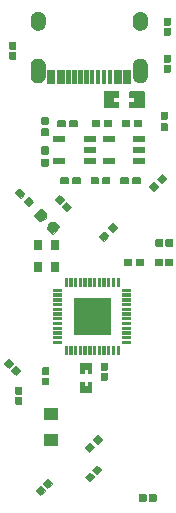
<source format=gtp>
G04 Layer: TopPasteMaskLayer*
G04 EasyEDA Pro v1.9.26, 2023-01-09 17:51:20*
G04 Gerber Generator version 0.3*
G04 Scale: 100 percent, Rotated: No, Reflected: No*
G04 Dimensions in millimeters*
G04 Leading zeros omitted, absolute positions, 3 integers and 3 decimals*
%FSLAX33Y33*%
%MOMM*%
%ADD10C,0.0254*%
%ADD11R,0.799998X0.899998*%
%ADD12R,0.799998X0.899998*%
%ADD13R,0.999998X0.599999*%
%ADD14R,0.999998X0.550012*%
%ADD15R,1.2501X0.999998*%
%ADD16R,1.25001X0.999998*%
G75*


G04 PolygonModel Start*
G36*
G01X115697Y20200D02*
G01X115697Y19100D01*
G01X115997D01*
G01Y20200D01*
G01X115697D01*
G37*
G54D10*
G01X115697Y20200D02*
G01X115697Y19100D01*
G01X115997D01*
G01Y20200D01*
G01X115697D01*
G36*
G01X115497Y19100D02*
G01X115497Y20200D01*
G01X115197D01*
G01Y19100D01*
G01X115497D01*
G37*
G01X115497Y19100D02*
G01X115497Y20200D01*
G01X115197D01*
G01Y19100D01*
G01X115497D01*
G36*
G01X120597Y19100D02*
G01X120597Y20200D01*
G01X119997D01*
G01Y19100D01*
G01X120597D01*
G37*
G01X120597Y19100D02*
G01X120597Y20200D01*
G01X119997D01*
G01Y19100D01*
G01X120597D01*
G36*
G01X116197Y20200D02*
G01X116197Y19100D01*
G01X116497D01*
G01Y20200D01*
G01X116197D01*
G37*
G01X116197Y20200D02*
G01X116197Y19100D01*
G01X116497D01*
G01Y20200D01*
G01X116197D01*
G36*
G01X114997Y19100D02*
G01X114997Y20200D01*
G01X114397D01*
G01Y19100D01*
G01X114997D01*
G37*
G01X114997Y19100D02*
G01X114997Y20200D01*
G01X114397D01*
G01Y19100D01*
G01X114997D01*
G36*
G01X113597Y20200D02*
G01X113597Y19100D01*
G01X114197D01*
G01Y20200D01*
G01X113597D01*
G37*
G01X113597Y20200D02*
G01X113597Y19100D01*
G01X114197D01*
G01Y20200D01*
G01X113597D01*
G36*
G01X116697Y20200D02*
G01X116697Y19100D01*
G01X116997D01*
G01Y20200D01*
G01X116697D01*
G37*
G01X116697Y20200D02*
G01X116697Y19100D01*
G01X116997D01*
G01Y20200D01*
G01X116697D01*
G36*
G01X117197Y20200D02*
G01X117197Y19100D01*
G01X117497D01*
G01Y20200D01*
G01X117197D01*
G37*
G01X117197Y20200D02*
G01X117197Y19100D01*
G01X117497D01*
G01Y20200D01*
G01X117197D01*
G36*
G01X119797Y19100D02*
G01X119797Y20200D01*
G01X119197D01*
G01Y19100D01*
G01X119797D01*
G37*
G01X119797Y19100D02*
G01X119797Y20200D01*
G01X119197D01*
G01Y19100D01*
G01X119797D01*
G36*
G01X117697Y20200D02*
G01X117697Y19100D01*
G01X117997D01*
G01Y20200D01*
G01X117697D01*
G37*
G01X117697Y20200D02*
G01X117697Y19100D01*
G01X117997D01*
G01Y20200D01*
G01X117697D01*
G36*
G01X118197Y20200D02*
G01X118197Y19100D01*
G01X118497D01*
G01Y20200D01*
G01X118197D01*
G37*
G01X118197Y20200D02*
G01X118197Y19100D01*
G01X118497D01*
G01Y20200D01*
G01X118197D01*
G36*
G01X118697Y20200D02*
G01X118697Y19100D01*
G01X118997D01*
G01Y20200D01*
G01X118697D01*
G37*
G01X118697Y20200D02*
G01X118697Y19100D01*
G01X118997D01*
G01Y20200D01*
G01X118697D01*
G36*
G01X112728Y19202D02*
G01X112757Y19201D01*
G01X112787D01*
G01X112817Y19202D01*
G01X112847Y19205D01*
G01X112877Y19209D01*
G01X112906Y19215D01*
G01X112935Y19223D01*
G01X112964Y19232D01*
G01X112992Y19242D01*
G01X113019Y19253D01*
G01X113046Y19266D01*
G01X113072Y19281D01*
G01X113098Y19296D01*
G01X113123Y19313D01*
G01X113147Y19331D01*
G01X113169Y19350D01*
G01X113191Y19371D01*
G01X113212Y19392D01*
G01X113232Y19415D01*
G01X113251Y19438D01*
G01X113268Y19462D01*
G01X113284Y19487D01*
G01X113299Y19513D01*
G01X113313Y19540D01*
G01X113325Y19567D01*
G01X113336Y19595D01*
G01X113346Y19623D01*
G01X113354Y19652D01*
G01X113361Y19681D01*
G01X113366Y19711D01*
G01X113369Y19741D01*
G01X113372Y19770D01*
G01Y19800D01*
G01Y20600D01*
G01Y20630D01*
G01X113369Y20660D01*
G01X113366Y20690D01*
G01X113361Y20719D01*
G01X113354Y20748D01*
G01X113346Y20777D01*
G01X113336Y20806D01*
G01X113325Y20833D01*
G01X113313Y20861D01*
G01X113299Y20887D01*
G01X113284Y20913D01*
G01X113268Y20938D01*
G01X113251Y20963D01*
G01X113232Y20986D01*
G01X113212Y21008D01*
G01X113191Y21030D01*
G01X113169Y21050D01*
G01X113147Y21069D01*
G01X113123Y21088D01*
G01X113098Y21104D01*
G01X113072Y21120D01*
G01X113046Y21134D01*
G01X113019Y21147D01*
G01X112992Y21159D01*
G01X112964Y21169D01*
G01X112935Y21178D01*
G01X112906Y21185D01*
G01X112877Y21191D01*
G01X112847Y21196D01*
G01X112817Y21199D01*
G01X112787Y21200D01*
G01X112757D01*
G01X112728Y21199D01*
G01X112698Y21196D01*
G01X112668Y21191D01*
G01X112639Y21185D01*
G01X112610Y21178D01*
G01X112581Y21169D01*
G01X112553Y21159D01*
G01X112526Y21147D01*
G01X112499Y21134D01*
G01X112472Y21120D01*
G01X112447Y21104D01*
G01X112422Y21088D01*
G01X112398Y21069D01*
G01X112375Y21050D01*
G01X112353Y21030D01*
G01X112333Y21008D01*
G01X112313Y20986D01*
G01X112294Y20963D01*
G01X112277Y20938D01*
G01X112260Y20913D01*
G01X112246Y20887D01*
G01X112232Y20861D01*
G01X112220Y20833D01*
G01X112209Y20806D01*
G01X112199Y20777D01*
G01X112191Y20748D01*
G01X112184Y20719D01*
G01X112179Y20690D01*
G01X112175Y20660D01*
G01X112173Y20630D01*
G01X112172Y20600D01*
G01Y19800D01*
G01X112173Y19770D01*
G01X112175Y19741D01*
G01X112179Y19711D01*
G01X112184Y19681D01*
G01X112191Y19652D01*
G01X112199Y19623D01*
G01X112209Y19595D01*
G01X112220Y19567D01*
G01X112232Y19540D01*
G01X112246Y19513D01*
G01X112260Y19487D01*
G01X112277Y19462D01*
G01X112294Y19438D01*
G01X112313Y19415D01*
G01X112333Y19392D01*
G01X112353Y19371D01*
G01X112375Y19350D01*
G01X112398Y19331D01*
G01X112422Y19313D01*
G01X112447Y19296D01*
G01X112472Y19281D01*
G01X112499Y19266D01*
G01X112526Y19253D01*
G01X112553Y19242D01*
G01X112581Y19232D01*
G01X112610Y19223D01*
G01X112639Y19215D01*
G01X112668Y19209D01*
G01X112698Y19205D01*
G01X112728Y19202D01*
G37*
G01X112728Y19202D02*
G01X112757Y19201D01*
G01X112787D01*
G01X112817Y19202D01*
G01X112847Y19205D01*
G01X112877Y19209D01*
G01X112906Y19215D01*
G01X112935Y19223D01*
G01X112964Y19232D01*
G01X112992Y19242D01*
G01X113019Y19253D01*
G01X113046Y19266D01*
G01X113072Y19281D01*
G01X113098Y19296D01*
G01X113123Y19313D01*
G01X113147Y19331D01*
G01X113169Y19350D01*
G01X113191Y19371D01*
G01X113212Y19392D01*
G01X113232Y19415D01*
G01X113251Y19438D01*
G01X113268Y19462D01*
G01X113284Y19487D01*
G01X113299Y19513D01*
G01X113313Y19540D01*
G01X113325Y19567D01*
G01X113336Y19595D01*
G01X113346Y19623D01*
G01X113354Y19652D01*
G01X113361Y19681D01*
G01X113366Y19711D01*
G01X113369Y19741D01*
G01X113372Y19770D01*
G01Y19800D01*
G01Y20600D01*
G01Y20630D01*
G01X113369Y20660D01*
G01X113366Y20690D01*
G01X113361Y20719D01*
G01X113354Y20748D01*
G01X113346Y20777D01*
G01X113336Y20806D01*
G01X113325Y20833D01*
G01X113313Y20861D01*
G01X113299Y20887D01*
G01X113284Y20913D01*
G01X113268Y20938D01*
G01X113251Y20963D01*
G01X113232Y20986D01*
G01X113212Y21008D01*
G01X113191Y21030D01*
G01X113169Y21050D01*
G01X113147Y21069D01*
G01X113123Y21088D01*
G01X113098Y21104D01*
G01X113072Y21120D01*
G01X113046Y21134D01*
G01X113019Y21147D01*
G01X112992Y21159D01*
G01X112964Y21169D01*
G01X112935Y21178D01*
G01X112906Y21185D01*
G01X112877Y21191D01*
G01X112847Y21196D01*
G01X112817Y21199D01*
G01X112787Y21200D01*
G01X112757D01*
G01X112728Y21199D01*
G01X112698Y21196D01*
G01X112668Y21191D01*
G01X112639Y21185D01*
G01X112610Y21178D01*
G01X112581Y21169D01*
G01X112553Y21159D01*
G01X112526Y21147D01*
G01X112499Y21134D01*
G01X112472Y21120D01*
G01X112447Y21104D01*
G01X112422Y21088D01*
G01X112398Y21069D01*
G01X112375Y21050D01*
G01X112353Y21030D01*
G01X112333Y21008D01*
G01X112313Y20986D01*
G01X112294Y20963D01*
G01X112277Y20938D01*
G01X112260Y20913D01*
G01X112246Y20887D01*
G01X112232Y20861D01*
G01X112220Y20833D01*
G01X112209Y20806D01*
G01X112199Y20777D01*
G01X112191Y20748D01*
G01X112184Y20719D01*
G01X112179Y20690D01*
G01X112175Y20660D01*
G01X112173Y20630D01*
G01X112172Y20600D01*
G01Y19800D01*
G01X112173Y19770D01*
G01X112175Y19741D01*
G01X112179Y19711D01*
G01X112184Y19681D01*
G01X112191Y19652D01*
G01X112199Y19623D01*
G01X112209Y19595D01*
G01X112220Y19567D01*
G01X112232Y19540D01*
G01X112246Y19513D01*
G01X112260Y19487D01*
G01X112277Y19462D01*
G01X112294Y19438D01*
G01X112313Y19415D01*
G01X112333Y19392D01*
G01X112353Y19371D01*
G01X112375Y19350D01*
G01X112398Y19331D01*
G01X112422Y19313D01*
G01X112447Y19296D01*
G01X112472Y19281D01*
G01X112499Y19266D01*
G01X112526Y19253D01*
G01X112553Y19242D01*
G01X112581Y19232D01*
G01X112610Y19223D01*
G01X112639Y19215D01*
G01X112668Y19209D01*
G01X112698Y19205D01*
G01X112728Y19202D01*
G36*
G01X121437Y19201D02*
G01X121467Y19202D01*
G01X121497Y19205D01*
G01X121527Y19209D01*
G01X121556Y19215D01*
G01X121585Y19223D01*
G01X121613Y19232D01*
G01X121642Y19242D01*
G01X121669Y19253D01*
G01X121696Y19266D01*
G01X121722Y19281D01*
G01X121748Y19296D01*
G01X121773Y19313D01*
G01X121796Y19331D01*
G01X121819Y19350D01*
G01X121841Y19371D01*
G01X121862Y19392D01*
G01X121882Y19415D01*
G01X121901Y19438D01*
G01X121918Y19462D01*
G01X121934Y19487D01*
G01X121949Y19513D01*
G01X121963Y19540D01*
G01X121975Y19567D01*
G01X121986Y19595D01*
G01X121996Y19623D01*
G01X122004Y19652D01*
G01X122011Y19681D01*
G01X122016Y19711D01*
G01X122019Y19741D01*
G01X122022Y19770D01*
G01Y19800D01*
G01Y20600D01*
G01Y20630D01*
G01X122019Y20660D01*
G01X122016Y20690D01*
G01X122011Y20719D01*
G01X122004Y20748D01*
G01X121996Y20777D01*
G01X121986Y20806D01*
G01X121975Y20833D01*
G01X121963Y20861D01*
G01X121949Y20887D01*
G01X121934Y20913D01*
G01X121918Y20938D01*
G01X121901Y20963D01*
G01X121882Y20986D01*
G01X121862Y21008D01*
G01X121841Y21030D01*
G01X121819Y21050D01*
G01X121796Y21069D01*
G01X121773Y21088D01*
G01X121748Y21104D01*
G01X121722Y21120D01*
G01X121696Y21134D01*
G01X121669Y21147D01*
G01X121642Y21159D01*
G01X121613Y21169D01*
G01X121585Y21178D01*
G01X121556Y21185D01*
G01X121527Y21191D01*
G01X121497Y21196D01*
G01X121467Y21199D01*
G01X121437Y21200D01*
G01X121407D01*
G01X121378Y21199D01*
G01X121348Y21196D01*
G01X121318Y21191D01*
G01X121289Y21185D01*
G01X121260Y21178D01*
G01X121231Y21169D01*
G01X121203Y21159D01*
G01X121176Y21147D01*
G01X121149Y21134D01*
G01X121122Y21120D01*
G01X121097Y21104D01*
G01X121072Y21088D01*
G01X121048Y21069D01*
G01X121025Y21050D01*
G01X121003Y21030D01*
G01X120983Y21008D01*
G01X120963Y20986D01*
G01X120944Y20963D01*
G01X120927Y20938D01*
G01X120910Y20913D01*
G01X120895Y20887D01*
G01X120882Y20861D01*
G01X120870Y20833D01*
G01X120859Y20806D01*
G01X120849Y20777D01*
G01X120841Y20748D01*
G01X120834Y20719D01*
G01X120829Y20690D01*
G01X120825Y20660D01*
G01X120823Y20630D01*
G01X120822Y20600D01*
G01Y19800D01*
G01X120823Y19770D01*
G01X120825Y19741D01*
G01X120829Y19711D01*
G01X120834Y19681D01*
G01X120841Y19652D01*
G01X120849Y19623D01*
G01X120859Y19595D01*
G01X120870Y19567D01*
G01X120882Y19540D01*
G01X120895Y19513D01*
G01X120910Y19487D01*
G01X120927Y19462D01*
G01X120944Y19438D01*
G01X120963Y19415D01*
G01X120983Y19392D01*
G01X121003Y19371D01*
G01X121025Y19350D01*
G01X121048Y19331D01*
G01X121072Y19313D01*
G01X121097Y19296D01*
G01X121122Y19281D01*
G01X121149Y19266D01*
G01X121176Y19253D01*
G01X121203Y19242D01*
G01X121231Y19232D01*
G01X121260Y19223D01*
G01X121289Y19215D01*
G01X121318Y19209D01*
G01X121348Y19205D01*
G01X121378Y19202D01*
G01X121407Y19201D01*
G01X121437D01*
G37*
G01X121437Y19201D02*
G01X121467Y19202D01*
G01X121497Y19205D01*
G01X121527Y19209D01*
G01X121556Y19215D01*
G01X121585Y19223D01*
G01X121613Y19232D01*
G01X121642Y19242D01*
G01X121669Y19253D01*
G01X121696Y19266D01*
G01X121722Y19281D01*
G01X121748Y19296D01*
G01X121773Y19313D01*
G01X121796Y19331D01*
G01X121819Y19350D01*
G01X121841Y19371D01*
G01X121862Y19392D01*
G01X121882Y19415D01*
G01X121901Y19438D01*
G01X121918Y19462D01*
G01X121934Y19487D01*
G01X121949Y19513D01*
G01X121963Y19540D01*
G01X121975Y19567D01*
G01X121986Y19595D01*
G01X121996Y19623D01*
G01X122004Y19652D01*
G01X122011Y19681D01*
G01X122016Y19711D01*
G01X122019Y19741D01*
G01X122022Y19770D01*
G01Y19800D01*
G01Y20600D01*
G01Y20630D01*
G01X122019Y20660D01*
G01X122016Y20690D01*
G01X122011Y20719D01*
G01X122004Y20748D01*
G01X121996Y20777D01*
G01X121986Y20806D01*
G01X121975Y20833D01*
G01X121963Y20861D01*
G01X121949Y20887D01*
G01X121934Y20913D01*
G01X121918Y20938D01*
G01X121901Y20963D01*
G01X121882Y20986D01*
G01X121862Y21008D01*
G01X121841Y21030D01*
G01X121819Y21050D01*
G01X121796Y21069D01*
G01X121773Y21088D01*
G01X121748Y21104D01*
G01X121722Y21120D01*
G01X121696Y21134D01*
G01X121669Y21147D01*
G01X121642Y21159D01*
G01X121613Y21169D01*
G01X121585Y21178D01*
G01X121556Y21185D01*
G01X121527Y21191D01*
G01X121497Y21196D01*
G01X121467Y21199D01*
G01X121437Y21200D01*
G01X121407D01*
G01X121378Y21199D01*
G01X121348Y21196D01*
G01X121318Y21191D01*
G01X121289Y21185D01*
G01X121260Y21178D01*
G01X121231Y21169D01*
G01X121203Y21159D01*
G01X121176Y21147D01*
G01X121149Y21134D01*
G01X121122Y21120D01*
G01X121097Y21104D01*
G01X121072Y21088D01*
G01X121048Y21069D01*
G01X121025Y21050D01*
G01X121003Y21030D01*
G01X120983Y21008D01*
G01X120963Y20986D01*
G01X120944Y20963D01*
G01X120927Y20938D01*
G01X120910Y20913D01*
G01X120895Y20887D01*
G01X120882Y20861D01*
G01X120870Y20833D01*
G01X120859Y20806D01*
G01X120849Y20777D01*
G01X120841Y20748D01*
G01X120834Y20719D01*
G01X120829Y20690D01*
G01X120825Y20660D01*
G01X120823Y20630D01*
G01X120822Y20600D01*
G01Y19800D01*
G01X120823Y19770D01*
G01X120825Y19741D01*
G01X120829Y19711D01*
G01X120834Y19681D01*
G01X120841Y19652D01*
G01X120849Y19623D01*
G01X120859Y19595D01*
G01X120870Y19567D01*
G01X120882Y19540D01*
G01X120895Y19513D01*
G01X120910Y19487D01*
G01X120927Y19462D01*
G01X120944Y19438D01*
G01X120963Y19415D01*
G01X120983Y19392D01*
G01X121003Y19371D01*
G01X121025Y19350D01*
G01X121048Y19331D01*
G01X121072Y19313D01*
G01X121097Y19296D01*
G01X121122Y19281D01*
G01X121149Y19266D01*
G01X121176Y19253D01*
G01X121203Y19242D01*
G01X121231Y19232D01*
G01X121260Y19223D01*
G01X121289Y19215D01*
G01X121318Y19209D01*
G01X121348Y19205D01*
G01X121378Y19202D01*
G01X121407Y19201D01*
G01X121437D01*
G36*
G01X121378Y23652D02*
G01X121407Y23651D01*
G01X121437D01*
G01X121467Y23652D01*
G01X121497Y23655D01*
G01X121527Y23660D01*
G01X121556Y23666D01*
G01X121585Y23673D01*
G01X121613Y23682D01*
G01X121642Y23692D01*
G01X121669Y23704D01*
G01X121696Y23717D01*
G01X121722Y23731D01*
G01X121748Y23746D01*
G01X121773Y23763D01*
G01X121796Y23781D01*
G01X121819Y23801D01*
G01X121841Y23821D01*
G01X121862Y23842D01*
G01X121882Y23865D01*
G01X121901Y23888D01*
G01X121918Y23912D01*
G01X121934Y23938D01*
G01X121949Y23964D01*
G01X121963Y23990D01*
G01X121975Y24017D01*
G01X121986Y24045D01*
G01X121996Y24074D01*
G01X122004Y24102D01*
G01X122011Y24132D01*
G01X122016Y24161D01*
G01X122019Y24191D01*
G01X122022Y24221D01*
G01Y24250D01*
G01Y24550D01*
G01Y24580D01*
G01X122019Y24610D01*
G01X122016Y24640D01*
G01X122011Y24669D01*
G01X122004Y24699D01*
G01X121996Y24727D01*
G01X121986Y24756D01*
G01X121975Y24784D01*
G01X121963Y24811D01*
G01X121949Y24837D01*
G01X121934Y24863D01*
G01X121918Y24888D01*
G01X121901Y24913D01*
G01X121882Y24936D01*
G01X121862Y24959D01*
G01X121841Y24980D01*
G01X121819Y25000D01*
G01X121796Y25020D01*
G01X121773Y25038D01*
G01X121748Y25055D01*
G01X121722Y25070D01*
G01X121696Y25084D01*
G01X121669Y25097D01*
G01X121642Y25109D01*
G01X121613Y25119D01*
G01X121585Y25128D01*
G01X121556Y25135D01*
G01X121527Y25141D01*
G01X121497Y25146D01*
G01X121467Y25149D01*
G01X121437Y25150D01*
G01X121407D01*
G01X121378Y25149D01*
G01X121348Y25146D01*
G01X121318Y25141D01*
G01X121289Y25135D01*
G01X121260Y25128D01*
G01X121231Y25119D01*
G01X121203Y25109D01*
G01X121176Y25097D01*
G01X121149Y25084D01*
G01X121122Y25070D01*
G01X121097Y25055D01*
G01X121072Y25038D01*
G01X121048Y25020D01*
G01X121025Y25000D01*
G01X121003Y24980D01*
G01X120983Y24959D01*
G01X120963Y24936D01*
G01X120944Y24913D01*
G01X120927Y24888D01*
G01X120910Y24863D01*
G01X120895Y24837D01*
G01X120882Y24811D01*
G01X120870Y24784D01*
G01X120859Y24756D01*
G01X120849Y24727D01*
G01X120841Y24699D01*
G01X120834Y24669D01*
G01X120829Y24640D01*
G01X120825Y24610D01*
G01X120823Y24580D01*
G01X120822Y24550D01*
G01Y24250D01*
G01X120823Y24221D01*
G01X120825Y24191D01*
G01X120829Y24161D01*
G01X120834Y24132D01*
G01X120841Y24102D01*
G01X120849Y24074D01*
G01X120859Y24045D01*
G01X120870Y24017D01*
G01X120882Y23990D01*
G01X120895Y23964D01*
G01X120910Y23938D01*
G01X120927Y23912D01*
G01X120944Y23888D01*
G01X120963Y23865D01*
G01X120983Y23842D01*
G01X121003Y23821D01*
G01X121025Y23801D01*
G01X121048Y23781D01*
G01X121072Y23763D01*
G01X121097Y23746D01*
G01X121122Y23731D01*
G01X121149Y23717D01*
G01X121176Y23704D01*
G01X121203Y23692D01*
G01X121231Y23682D01*
G01X121260Y23673D01*
G01X121289Y23666D01*
G01X121318Y23660D01*
G01X121348Y23655D01*
G01X121378Y23652D01*
G37*
G01X121378Y23652D02*
G01X121407Y23651D01*
G01X121437D01*
G01X121467Y23652D01*
G01X121497Y23655D01*
G01X121527Y23660D01*
G01X121556Y23666D01*
G01X121585Y23673D01*
G01X121613Y23682D01*
G01X121642Y23692D01*
G01X121669Y23704D01*
G01X121696Y23717D01*
G01X121722Y23731D01*
G01X121748Y23746D01*
G01X121773Y23763D01*
G01X121796Y23781D01*
G01X121819Y23801D01*
G01X121841Y23821D01*
G01X121862Y23842D01*
G01X121882Y23865D01*
G01X121901Y23888D01*
G01X121918Y23912D01*
G01X121934Y23938D01*
G01X121949Y23964D01*
G01X121963Y23990D01*
G01X121975Y24017D01*
G01X121986Y24045D01*
G01X121996Y24074D01*
G01X122004Y24102D01*
G01X122011Y24132D01*
G01X122016Y24161D01*
G01X122019Y24191D01*
G01X122022Y24221D01*
G01Y24250D01*
G01Y24550D01*
G01Y24580D01*
G01X122019Y24610D01*
G01X122016Y24640D01*
G01X122011Y24669D01*
G01X122004Y24699D01*
G01X121996Y24727D01*
G01X121986Y24756D01*
G01X121975Y24784D01*
G01X121963Y24811D01*
G01X121949Y24837D01*
G01X121934Y24863D01*
G01X121918Y24888D01*
G01X121901Y24913D01*
G01X121882Y24936D01*
G01X121862Y24959D01*
G01X121841Y24980D01*
G01X121819Y25000D01*
G01X121796Y25020D01*
G01X121773Y25038D01*
G01X121748Y25055D01*
G01X121722Y25070D01*
G01X121696Y25084D01*
G01X121669Y25097D01*
G01X121642Y25109D01*
G01X121613Y25119D01*
G01X121585Y25128D01*
G01X121556Y25135D01*
G01X121527Y25141D01*
G01X121497Y25146D01*
G01X121467Y25149D01*
G01X121437Y25150D01*
G01X121407D01*
G01X121378Y25149D01*
G01X121348Y25146D01*
G01X121318Y25141D01*
G01X121289Y25135D01*
G01X121260Y25128D01*
G01X121231Y25119D01*
G01X121203Y25109D01*
G01X121176Y25097D01*
G01X121149Y25084D01*
G01X121122Y25070D01*
G01X121097Y25055D01*
G01X121072Y25038D01*
G01X121048Y25020D01*
G01X121025Y25000D01*
G01X121003Y24980D01*
G01X120983Y24959D01*
G01X120963Y24936D01*
G01X120944Y24913D01*
G01X120927Y24888D01*
G01X120910Y24863D01*
G01X120895Y24837D01*
G01X120882Y24811D01*
G01X120870Y24784D01*
G01X120859Y24756D01*
G01X120849Y24727D01*
G01X120841Y24699D01*
G01X120834Y24669D01*
G01X120829Y24640D01*
G01X120825Y24610D01*
G01X120823Y24580D01*
G01X120822Y24550D01*
G01Y24250D01*
G01X120823Y24221D01*
G01X120825Y24191D01*
G01X120829Y24161D01*
G01X120834Y24132D01*
G01X120841Y24102D01*
G01X120849Y24074D01*
G01X120859Y24045D01*
G01X120870Y24017D01*
G01X120882Y23990D01*
G01X120895Y23964D01*
G01X120910Y23938D01*
G01X120927Y23912D01*
G01X120944Y23888D01*
G01X120963Y23865D01*
G01X120983Y23842D01*
G01X121003Y23821D01*
G01X121025Y23801D01*
G01X121048Y23781D01*
G01X121072Y23763D01*
G01X121097Y23746D01*
G01X121122Y23731D01*
G01X121149Y23717D01*
G01X121176Y23704D01*
G01X121203Y23692D01*
G01X121231Y23682D01*
G01X121260Y23673D01*
G01X121289Y23666D01*
G01X121318Y23660D01*
G01X121348Y23655D01*
G01X121378Y23652D01*
G36*
G01X112787Y23651D02*
G01X112817Y23652D01*
G01X112847Y23655D01*
G01X112877Y23660D01*
G01X112906Y23666D01*
G01X112935Y23673D01*
G01X112964Y23682D01*
G01X112992Y23692D01*
G01X113019Y23704D01*
G01X113046Y23717D01*
G01X113072Y23731D01*
G01X113098Y23746D01*
G01X113123Y23763D01*
G01X113147Y23781D01*
G01X113169Y23801D01*
G01X113191Y23821D01*
G01X113212Y23842D01*
G01X113232Y23865D01*
G01X113251Y23888D01*
G01X113268Y23912D01*
G01X113284Y23938D01*
G01X113299Y23964D01*
G01X113313Y23990D01*
G01X113325Y24017D01*
G01X113336Y24045D01*
G01X113346Y24074D01*
G01X113354Y24102D01*
G01X113361Y24132D01*
G01X113366Y24161D01*
G01X113369Y24191D01*
G01X113372Y24221D01*
G01Y24250D01*
G01Y24550D01*
G01Y24580D01*
G01X113369Y24610D01*
G01X113366Y24640D01*
G01X113361Y24669D01*
G01X113354Y24699D01*
G01X113346Y24727D01*
G01X113336Y24756D01*
G01X113325Y24784D01*
G01X113313Y24811D01*
G01X113299Y24837D01*
G01X113284Y24863D01*
G01X113268Y24888D01*
G01X113251Y24913D01*
G01X113232Y24936D01*
G01X113212Y24959D01*
G01X113191Y24980D01*
G01X113169Y25000D01*
G01X113147Y25020D01*
G01X113123Y25038D01*
G01X113098Y25055D01*
G01X113072Y25070D01*
G01X113046Y25084D01*
G01X113019Y25097D01*
G01X112992Y25109D01*
G01X112964Y25119D01*
G01X112935Y25128D01*
G01X112906Y25135D01*
G01X112877Y25141D01*
G01X112847Y25146D01*
G01X112817Y25149D01*
G01X112787Y25150D01*
G01X112757D01*
G01X112728Y25149D01*
G01X112698Y25146D01*
G01X112668Y25141D01*
G01X112639Y25135D01*
G01X112610Y25128D01*
G01X112581Y25119D01*
G01X112553Y25109D01*
G01X112526Y25097D01*
G01X112499Y25084D01*
G01X112472Y25070D01*
G01X112447Y25055D01*
G01X112422Y25038D01*
G01X112398Y25020D01*
G01X112375Y25000D01*
G01X112353Y24980D01*
G01X112333Y24959D01*
G01X112313Y24936D01*
G01X112294Y24913D01*
G01X112277Y24888D01*
G01X112260Y24863D01*
G01X112246Y24837D01*
G01X112232Y24811D01*
G01X112220Y24784D01*
G01X112209Y24756D01*
G01X112199Y24727D01*
G01X112191Y24699D01*
G01X112184Y24669D01*
G01X112179Y24640D01*
G01X112175Y24610D01*
G01X112173Y24580D01*
G01X112172Y24550D01*
G01Y24250D01*
G01X112173Y24221D01*
G01X112175Y24191D01*
G01X112179Y24161D01*
G01X112184Y24132D01*
G01X112191Y24102D01*
G01X112199Y24074D01*
G01X112209Y24045D01*
G01X112220Y24017D01*
G01X112232Y23990D01*
G01X112246Y23964D01*
G01X112260Y23938D01*
G01X112277Y23912D01*
G01X112294Y23888D01*
G01X112313Y23865D01*
G01X112333Y23842D01*
G01X112353Y23821D01*
G01X112375Y23801D01*
G01X112398Y23781D01*
G01X112422Y23763D01*
G01X112447Y23746D01*
G01X112472Y23731D01*
G01X112499Y23717D01*
G01X112526Y23704D01*
G01X112553Y23692D01*
G01X112581Y23682D01*
G01X112610Y23673D01*
G01X112639Y23666D01*
G01X112668Y23660D01*
G01X112698Y23655D01*
G01X112728Y23652D01*
G01X112757Y23651D01*
G01X112787D01*
G37*
G01X112787Y23651D02*
G01X112817Y23652D01*
G01X112847Y23655D01*
G01X112877Y23660D01*
G01X112906Y23666D01*
G01X112935Y23673D01*
G01X112964Y23682D01*
G01X112992Y23692D01*
G01X113019Y23704D01*
G01X113046Y23717D01*
G01X113072Y23731D01*
G01X113098Y23746D01*
G01X113123Y23763D01*
G01X113147Y23781D01*
G01X113169Y23801D01*
G01X113191Y23821D01*
G01X113212Y23842D01*
G01X113232Y23865D01*
G01X113251Y23888D01*
G01X113268Y23912D01*
G01X113284Y23938D01*
G01X113299Y23964D01*
G01X113313Y23990D01*
G01X113325Y24017D01*
G01X113336Y24045D01*
G01X113346Y24074D01*
G01X113354Y24102D01*
G01X113361Y24132D01*
G01X113366Y24161D01*
G01X113369Y24191D01*
G01X113372Y24221D01*
G01Y24250D01*
G01Y24550D01*
G01Y24580D01*
G01X113369Y24610D01*
G01X113366Y24640D01*
G01X113361Y24669D01*
G01X113354Y24699D01*
G01X113346Y24727D01*
G01X113336Y24756D01*
G01X113325Y24784D01*
G01X113313Y24811D01*
G01X113299Y24837D01*
G01X113284Y24863D01*
G01X113268Y24888D01*
G01X113251Y24913D01*
G01X113232Y24936D01*
G01X113212Y24959D01*
G01X113191Y24980D01*
G01X113169Y25000D01*
G01X113147Y25020D01*
G01X113123Y25038D01*
G01X113098Y25055D01*
G01X113072Y25070D01*
G01X113046Y25084D01*
G01X113019Y25097D01*
G01X112992Y25109D01*
G01X112964Y25119D01*
G01X112935Y25128D01*
G01X112906Y25135D01*
G01X112877Y25141D01*
G01X112847Y25146D01*
G01X112817Y25149D01*
G01X112787Y25150D01*
G01X112757D01*
G01X112728Y25149D01*
G01X112698Y25146D01*
G01X112668Y25141D01*
G01X112639Y25135D01*
G01X112610Y25128D01*
G01X112581Y25119D01*
G01X112553Y25109D01*
G01X112526Y25097D01*
G01X112499Y25084D01*
G01X112472Y25070D01*
G01X112447Y25055D01*
G01X112422Y25038D01*
G01X112398Y25020D01*
G01X112375Y25000D01*
G01X112353Y24980D01*
G01X112333Y24959D01*
G01X112313Y24936D01*
G01X112294Y24913D01*
G01X112277Y24888D01*
G01X112260Y24863D01*
G01X112246Y24837D01*
G01X112232Y24811D01*
G01X112220Y24784D01*
G01X112209Y24756D01*
G01X112199Y24727D01*
G01X112191Y24699D01*
G01X112184Y24669D01*
G01X112179Y24640D01*
G01X112175Y24610D01*
G01X112173Y24580D01*
G01X112172Y24550D01*
G01Y24250D01*
G01X112173Y24221D01*
G01X112175Y24191D01*
G01X112179Y24161D01*
G01X112184Y24132D01*
G01X112191Y24102D01*
G01X112199Y24074D01*
G01X112209Y24045D01*
G01X112220Y24017D01*
G01X112232Y23990D01*
G01X112246Y23964D01*
G01X112260Y23938D01*
G01X112277Y23912D01*
G01X112294Y23888D01*
G01X112313Y23865D01*
G01X112333Y23842D01*
G01X112353Y23821D01*
G01X112375Y23801D01*
G01X112398Y23781D01*
G01X112422Y23763D01*
G01X112447Y23746D01*
G01X112472Y23731D01*
G01X112499Y23717D01*
G01X112526Y23704D01*
G01X112553Y23692D01*
G01X112581Y23682D01*
G01X112610Y23673D01*
G01X112639Y23666D01*
G01X112668Y23660D01*
G01X112698Y23655D01*
G01X112728Y23652D01*
G01X112757Y23651D01*
G01X112787D01*
G36*
G01X110890Y9880D02*
G01X111209Y10198D01*
G01X111279D01*
G01X111654Y9824D01*
G01Y9753D01*
G01X111336Y9435D01*
G01X111265D01*
G01X110890Y9810D01*
G01Y9880D01*
G37*
G01X110890Y9880D02*
G01X111209Y10198D01*
G01X111279D01*
G01X111654Y9824D01*
G01Y9753D01*
G01X111336Y9435D01*
G01X111265D01*
G01X110890Y9810D01*
G01Y9880D01*
G36*
G01X111619Y9152D02*
G01X111937Y9470D01*
G01X112008D01*
G01X112382Y9095D01*
G01Y9025D01*
G01X112064Y8706D01*
G01X111993D01*
G01X111619Y9081D01*
G01Y9152D01*
G37*
G01X111619Y9152D02*
G01X111937Y9470D01*
G01X112008D01*
G01X112382Y9095D01*
G01Y9025D01*
G01X112064Y8706D01*
G01X111993D01*
G01X111619Y9081D01*
G01Y9152D01*
G36*
G01X116340Y11138D02*
G01X116340Y10688D01*
G01X116290Y10638D01*
G01X115760D01*
G01X115710Y10688D01*
G01Y11138D01*
G01X115760Y11188D01*
G01X116290D01*
G01X116340Y11138D01*
G37*
G01X116340Y11138D02*
G01X116340Y10688D01*
G01X116290Y10638D01*
G01X115760D01*
G01X115710Y10688D01*
G01Y11138D01*
G01X115760Y11188D01*
G01X116290D01*
G01X116340Y11138D01*
G36*
G01X115310Y11138D02*
G01X115310Y10688D01*
G01X115260Y10638D01*
G01X114730D01*
G01X114680Y10688D01*
G01Y11138D01*
G01X114730Y11188D01*
G01X115260D01*
G01X115310Y11138D01*
G37*
G01X115310Y11138D02*
G01X115310Y10688D01*
G01X115260Y10638D01*
G01X114730D01*
G01X114680Y10688D01*
G01Y11138D01*
G01X114730Y11188D01*
G01X115260D01*
G01X115310Y11138D01*
G36*
G01X118230Y10688D02*
G01X118230Y11138D01*
G01X118300Y11188D01*
G01X118780D01*
G01X118830Y11138D01*
G01Y10688D01*
G01X118780Y10638D01*
G01X118300D01*
G01X118230Y10688D01*
G37*
G01X118230Y10688D02*
G01X118230Y11138D01*
G01X118300Y11188D01*
G01X118780D01*
G01X118830Y11138D01*
G01Y10688D01*
G01X118780Y10638D01*
G01X118300D01*
G01X118230Y10688D01*
G36*
G01X117270Y10688D02*
G01X117270Y11138D01*
G01X117320Y11188D01*
G01X117800D01*
G01X117870Y11138D01*
G01Y10688D01*
G01X117800Y10638D01*
G01X117320D01*
G01X117270Y10688D01*
G37*
G01X117270Y10688D02*
G01X117270Y11138D01*
G01X117320Y11188D01*
G01X117800D01*
G01X117870Y11138D01*
G01Y10688D01*
G01X117800Y10638D01*
G01X117320D01*
G01X117270Y10688D01*
G36*
G01X113644Y-5526D02*
G01X113184Y-5526D01*
G01X113144Y-5486D01*
G01Y-4985D01*
G01X113184Y-4945D01*
G01X113644D01*
G01X113684Y-4985D01*
G01Y-5486D01*
G01X113644Y-5526D01*
G37*
G01X113644Y-5526D02*
G01X113184Y-5526D01*
G01X113144Y-5486D01*
G01Y-4985D01*
G01X113184Y-4945D01*
G01X113644D01*
G01X113684Y-4985D01*
G01Y-5486D01*
G01X113644Y-5526D01*
G36*
G01X113644Y-5796D02*
G01X113184Y-5796D01*
G01X113144Y-5836D01*
G01Y-6336D01*
G01X113184Y-6376D01*
G01X113644D01*
G01X113684Y-6336D01*
G01Y-5836D01*
G01X113644Y-5796D01*
G37*
G01X113644Y-5796D02*
G01X113184Y-5796D01*
G01X113144Y-5836D01*
G01Y-6336D01*
G01X113184Y-6376D01*
G01X113644D01*
G01X113684Y-6336D01*
G01Y-5836D01*
G01X113644Y-5796D01*
G36*
G01X117765Y-11407D02*
G01X117447Y-11089D01*
G01X117461Y-11004D01*
G01X117800Y-10665D01*
G01X117871D01*
G01X118189Y-10983D01*
G01Y-11054D01*
G01X117850Y-11393D01*
G01X117765Y-11407D01*
G37*
G01X117765Y-11407D02*
G01X117447Y-11089D01*
G01X117461Y-11004D01*
G01X117800Y-10665D01*
G01X117871D01*
G01X118189Y-10983D01*
G01Y-11054D01*
G01X117850Y-11393D01*
G01X117765Y-11407D01*
G36*
G01X117086Y-12086D02*
G01X116768Y-11768D01*
G01Y-11697D01*
G01X117107Y-11358D01*
G01X117192Y-11344D01*
G01X117510Y-11662D01*
G01X117496Y-11747D01*
G01X117157Y-12086D01*
G01X117086D01*
G37*
G01X117086Y-12086D02*
G01X116768Y-11768D01*
G01Y-11697D01*
G01X117107Y-11358D01*
G01X117192Y-11344D01*
G01X117510Y-11662D01*
G01X117496Y-11747D01*
G01X117157Y-12086D01*
G01X117086D01*
G36*
G01X113441Y7699D02*
G01X113245Y7504D01*
G01X112844Y7490D01*
G01X112488Y7846D01*
G01Y7937D01*
G01X113008Y8457D01*
G01X113099D01*
G01X113455Y8101D01*
G01X113441Y7699D01*
G37*
G01X113441Y7699D02*
G01X113245Y7504D01*
G01X112844Y7490D01*
G01X112488Y7846D01*
G01Y7937D01*
G01X113008Y8457D01*
G01X113099D01*
G01X113455Y8101D01*
G01X113441Y7699D01*
G36*
G01X113813Y7343D02*
G01X113618Y7147D01*
G01X113604Y6746D01*
G01X113960Y6390D01*
G01X114050D01*
G01X114571Y6910D01*
G01Y7001D01*
G01X114215Y7357D01*
G01X113813Y7343D01*
G37*
G01X113813Y7343D02*
G01X113618Y7147D01*
G01X113604Y6746D01*
G01X113960Y6390D01*
G01X114050D01*
G01X114571Y6910D01*
G01Y7001D01*
G01X114215Y7357D01*
G01X113813Y7343D01*
G36*
G01X119887Y15514D02*
G01X119887Y15964D01*
G01X119937Y16014D01*
G01X120467D01*
G01X120517Y15964D01*
G01Y15514D01*
G01X120467Y15464D01*
G01X119937D01*
G01X119887Y15514D01*
G37*
G01X119887Y15514D02*
G01X119887Y15964D01*
G01X119937Y16014D01*
G01X120467D01*
G01X120517Y15964D01*
G01Y15514D01*
G01X120467Y15464D01*
G01X119937D01*
G01X119887Y15514D01*
G36*
G01X120917Y15514D02*
G01X120917Y15964D01*
G01X120967Y16014D01*
G01X121497D01*
G01X121547Y15964D01*
G01Y15514D01*
G01X121497Y15464D01*
G01X120967D01*
G01X120917Y15514D01*
G37*
G01X120917Y15514D02*
G01X120917Y15964D01*
G01X120967Y16014D01*
G01X121497D01*
G01X121547Y15964D01*
G01Y15514D01*
G01X121497Y15464D01*
G01X120967D01*
G01X120917Y15514D01*
G36*
G01X119760Y10688D02*
G01X119760Y11138D01*
G01X119810Y11188D01*
G01X120340D01*
G01X120390Y11138D01*
G01Y10688D01*
G01X120340Y10638D01*
G01X119810D01*
G01X119760Y10688D01*
G37*
G01X119760Y10688D02*
G01X119760Y11138D01*
G01X119810Y11188D01*
G01X120340D01*
G01X120390Y11138D01*
G01Y10688D01*
G01X120340Y10638D01*
G01X119810D01*
G01X119760Y10688D01*
G36*
G01X120790Y10688D02*
G01X120790Y11138D01*
G01X120840Y11188D01*
G01X121370D01*
G01X121420Y11138D01*
G01Y10688D01*
G01X121370Y10638D01*
G01X120840D01*
G01X120790Y10688D01*
G37*
G01X120790Y10688D02*
G01X120790Y11138D01*
G01X120840Y11188D01*
G01X121370D01*
G01X121420Y11138D01*
G01Y10688D01*
G01X121370Y10638D01*
G01X120840D01*
G01X120790Y10688D01*
G36*
G01X117737Y-13983D02*
G01X117411Y-13657D01*
G01Y-13601D01*
G01X117765Y-13247D01*
G01X117822D01*
G01X118147Y-13572D01*
G01Y-13629D01*
G01X117793Y-13983D01*
G01X117737D01*
G37*
G01X117737Y-13983D02*
G01X117411Y-13657D01*
G01Y-13601D01*
G01X117765Y-13247D01*
G01X117822D01*
G01X118147Y-13572D01*
G01Y-13629D01*
G01X117793Y-13983D01*
G01X117737D01*
G36*
G01X117546Y-14174D02*
G01X117220Y-13848D01*
G01X117164D01*
G01X116810Y-14202D01*
G01Y-14259D01*
G01X117135Y-14584D01*
G01X117192D01*
G01X117546Y-14230D01*
G01Y-14174D01*
G37*
G01X117546Y-14174D02*
G01X117220Y-13848D01*
G01X117164D01*
G01X116810Y-14202D01*
G01Y-14259D01*
G01X117135Y-14584D01*
G01X117192D01*
G01X117546Y-14230D01*
G01Y-14174D01*
G36*
G01X113546Y-15126D02*
G01X113220Y-14800D01*
G01Y-14744D01*
G01X113574Y-14390D01*
G01X113631D01*
G01X113956Y-14715D01*
G01Y-14772D01*
G01X113602Y-15126D01*
G01X113546D01*
G37*
G01X113546Y-15126D02*
G01X113220Y-14800D01*
G01Y-14744D01*
G01X113574Y-14390D01*
G01X113631D01*
G01X113956Y-14715D01*
G01Y-14772D01*
G01X113602Y-15126D01*
G01X113546D01*
G36*
G01X113355Y-15317D02*
G01X113029Y-14991D01*
G01X112973D01*
G01X112619Y-15345D01*
G01Y-15402D01*
G01X112944Y-15727D01*
G01X113001D01*
G01X113355Y-15373D01*
G01Y-15317D01*
G37*
G01X113355Y-15317D02*
G01X113029Y-14991D01*
G01X112973D01*
G01X112619Y-15345D01*
G01Y-15402D01*
G01X112944Y-15727D01*
G01X113001D01*
G01X113355Y-15373D01*
G01Y-15317D01*
G36*
G01X123312Y5872D02*
G01X123312Y5412D01*
G01X123272Y5372D01*
G01X122772D01*
G01X122732Y5412D01*
G01Y5872D01*
G01X122772Y5912D01*
G01X123272D01*
G01X123312Y5872D01*
G37*
G01X123312Y5872D02*
G01X123312Y5412D01*
G01X123272Y5372D01*
G01X122772D01*
G01X122732Y5412D01*
G01Y5872D01*
G01X122772Y5912D01*
G01X123272D01*
G01X123312Y5872D01*
G36*
G01X123582Y5872D02*
G01X123582Y5412D01*
G01X123622Y5372D01*
G01X124123D01*
G01X124163Y5412D01*
G01Y5872D01*
G01X124123Y5912D01*
G01X123622D01*
G01X123582Y5872D01*
G37*
G01X123582Y5872D02*
G01X123582Y5412D01*
G01X123622Y5372D01*
G01X124123D01*
G01X124163Y5412D01*
G01Y5872D01*
G01X124123Y5912D01*
G01X123622D01*
G01X123582Y5872D01*
G36*
G01X110688Y-4640D02*
G01X110362Y-4966D01*
G01X110306D01*
G01X109952Y-4612D01*
G01Y-4555D01*
G01X110277Y-4230D01*
G01X110334D01*
G01X110688Y-4584D01*
G01Y-4640D01*
G37*
G01X110688Y-4640D02*
G01X110362Y-4966D01*
G01X110306D01*
G01X109952Y-4612D01*
G01Y-4555D01*
G01X110277Y-4230D01*
G01X110334D01*
G01X110688Y-4584D01*
G01Y-4640D01*
G36*
G01X110879Y-4831D02*
G01X110553Y-5157D01*
G01Y-5213D01*
G01X110907Y-5567D01*
G01X110964D01*
G01X111289Y-5242D01*
G01Y-5185D01*
G01X110935Y-4831D01*
G01X110879D01*
G37*
G01X110879Y-4831D02*
G01X110553Y-5157D01*
G01Y-5213D01*
G01X110907Y-5567D01*
G01X110964D01*
G01X111289Y-5242D01*
G01Y-5185D01*
G01X110935Y-4831D01*
G01X110879D01*
G36*
G01X121915Y-15718D02*
G01X121915Y-16178D01*
G01X121875Y-16218D01*
G01X121375D01*
G01X121335Y-16178D01*
G01Y-15718D01*
G01X121375Y-15678D01*
G01X121875D01*
G01X121915Y-15718D01*
G37*
G01X121915Y-15718D02*
G01X121915Y-16178D01*
G01X121875Y-16218D01*
G01X121375D01*
G01X121335Y-16178D01*
G01Y-15718D01*
G01X121375Y-15678D01*
G01X121875D01*
G01X121915Y-15718D01*
G36*
G01X122185Y-15718D02*
G01X122185Y-16178D01*
G01X122225Y-16218D01*
G01X122726D01*
G01X122766Y-16178D01*
G01Y-15718D01*
G01X122726Y-15678D01*
G01X122225D01*
G01X122185Y-15718D01*
G37*
G01X122185Y-15718D02*
G01X122185Y-16178D01*
G01X122225Y-16218D01*
G01X122726D01*
G01X122766Y-16178D01*
G01Y-15718D01*
G01X122726Y-15678D01*
G01X122225D01*
G01X122185Y-15718D01*
G36*
G01X118137Y-5415D02*
G01X118597Y-5415D01*
G01X118637Y-5455D01*
G01Y-5955D01*
G01X118597Y-5995D01*
G01X118137D01*
G01X118097Y-5955D01*
G01Y-5455D01*
G01X118137Y-5415D01*
G37*
G01X118137Y-5415D02*
G01X118597Y-5415D01*
G01X118637Y-5455D01*
G01Y-5955D01*
G01X118597Y-5995D01*
G01X118137D01*
G01X118097Y-5955D01*
G01Y-5455D01*
G01X118137Y-5415D01*
G36*
G01X118137Y-5145D02*
G01X118597Y-5145D01*
G01X118637Y-5105D01*
G01Y-4604D01*
G01X118597Y-4564D01*
G01X118137D01*
G01X118097Y-4604D01*
G01Y-5105D01*
G01X118137Y-5145D01*
G37*
G01X118137Y-5145D02*
G01X118597Y-5145D01*
G01X118637Y-5105D01*
G01Y-4604D01*
G01X118597Y-4564D01*
G01X118137D01*
G01X118097Y-4604D01*
G01Y-5105D01*
G01X118137Y-5145D01*
G36*
G01X114961Y9223D02*
G01X114635Y8898D01*
G01X114579D01*
G01X114225Y9252D01*
G01Y9309D01*
G01X114550Y9634D01*
G01X114607D01*
G01X114961Y9280D01*
G01Y9223D01*
G37*
G01X114961Y9223D02*
G01X114635Y8898D01*
G01X114579D01*
G01X114225Y9252D01*
G01Y9309D01*
G01X114550Y9634D01*
G01X114607D01*
G01X114961Y9280D01*
G01Y9223D01*
G36*
G01X115151Y9032D02*
G01X114826Y8707D01*
G01Y8651D01*
G01X115180Y8297D01*
G01X115237D01*
G01X115562Y8622D01*
G01Y8678D01*
G01X115208Y9032D01*
G01X115151D01*
G37*
G01X115151Y9032D02*
G01X114826Y8707D01*
G01Y8651D01*
G01X115180Y8297D01*
G01X115237D01*
G01X115562Y8622D01*
G01Y8678D01*
G01X115208Y9032D01*
G01X115151D01*
G36*
G01X123931Y20942D02*
G01X123471Y20942D01*
G01X123431Y20982D01*
G01Y21483D01*
G01X123471Y21523D01*
G01X123931D01*
G01X123971Y21483D01*
G01Y20982D01*
G01X123931Y20942D01*
G37*
G01X123931Y20942D02*
G01X123471Y20942D01*
G01X123431Y20982D01*
G01Y21483D01*
G01X123471Y21523D01*
G01X123931D01*
G01X123971Y21483D01*
G01Y20982D01*
G01X123931Y20942D01*
G36*
G01X123931Y20672D02*
G01X123471Y20672D01*
G01X123431Y20632D01*
G01Y20132D01*
G01X123471Y20092D01*
G01X123931D01*
G01X123971Y20132D01*
G01Y20632D01*
G01X123931Y20672D01*
G37*
G01X123931Y20672D02*
G01X123471Y20672D01*
G01X123431Y20632D01*
G01Y20132D01*
G01X123471Y20092D01*
G01X123931D01*
G01X123971Y20132D01*
G01Y20632D01*
G01X123931Y20672D01*
G36*
G01X119007Y15964D02*
G01X119007Y15514D01*
G01X118957Y15464D01*
G01X118427D01*
G01X118377Y15514D01*
G01Y15964D01*
G01X118427Y16014D01*
G01X118957D01*
G01X119007Y15964D01*
G37*
G01X119007Y15964D02*
G01X119007Y15514D01*
G01X118957Y15464D01*
G01X118427D01*
G01X118377Y15514D01*
G01Y15964D01*
G01X118427Y16014D01*
G01X118957D01*
G01X119007Y15964D01*
G36*
G01X117977Y15964D02*
G01X117977Y15514D01*
G01X117927Y15464D01*
G01X117397D01*
G01X117347Y15514D01*
G01Y15964D01*
G01X117397Y16014D01*
G01X117927D01*
G01X117977Y15964D01*
G37*
G01X117977Y15964D02*
G01X117977Y15514D01*
G01X117927Y15464D01*
G01X117397D01*
G01X117347Y15514D01*
G01Y15964D01*
G01X117397Y16014D01*
G01X117927D01*
G01X117977Y15964D01*
G36*
G01X116086Y15964D02*
G01X116086Y15514D01*
G01X116036Y15464D01*
G01X115506D01*
G01X115456Y15514D01*
G01Y15964D01*
G01X115506Y16014D01*
G01X116036D01*
G01X116086Y15964D01*
G37*
G01X116086Y15964D02*
G01X116086Y15514D01*
G01X116036Y15464D01*
G01X115506D01*
G01X115456Y15514D01*
G01Y15964D01*
G01X115506Y16014D01*
G01X116036D01*
G01X116086Y15964D01*
G36*
G01X115056Y15964D02*
G01X115056Y15514D01*
G01X115006Y15464D01*
G01X114476D01*
G01X114426Y15514D01*
G01Y15964D01*
G01X114476Y16014D01*
G01X115006D01*
G01X115056Y15964D01*
G37*
G01X115056Y15964D02*
G01X115056Y15514D01*
G01X115006Y15464D01*
G01X114476D01*
G01X114426Y15514D01*
G01Y15964D01*
G01X114476Y16014D01*
G01X115006D01*
G01X115056Y15964D01*
G36*
G01X113126Y13775D02*
G01X113576Y13775D01*
G01X113626Y13725D01*
G01Y13195D01*
G01X113576Y13145D01*
G01X113126D01*
G01X113076Y13195D01*
G01Y13725D01*
G01X113126Y13775D01*
G37*
G01X113126Y13775D02*
G01X113576Y13775D01*
G01X113626Y13725D01*
G01Y13195D01*
G01X113576Y13145D01*
G01X113126D01*
G01X113076Y13195D01*
G01Y13725D01*
G01X113126Y13775D01*
G36*
G01X113126Y12745D02*
G01X113576Y12745D01*
G01X113626Y12695D01*
G01Y12165D01*
G01X113576Y12115D01*
G01X113126D01*
G01X113076Y12165D01*
G01Y12695D01*
G01X113126Y12745D01*
G37*
G01X113126Y12745D02*
G01X113576Y12745D01*
G01X113626Y12695D01*
G01Y12165D01*
G01X113576Y12115D01*
G01X113126D01*
G01X113076Y12165D01*
G01Y12695D01*
G01X113126Y12745D01*
G36*
G01X113576Y15665D02*
G01X113126Y15665D01*
G01X113076Y15735D01*
G01Y16215D01*
G01X113126Y16265D01*
G01X113576D01*
G01X113626Y16215D01*
G01Y15735D01*
G01X113576Y15665D01*
G37*
G01X113576Y15665D02*
G01X113126Y15665D01*
G01X113076Y15735D01*
G01Y16215D01*
G01X113126Y16265D01*
G01X113576D01*
G01X113626Y16215D01*
G01Y15735D01*
G01X113576Y15665D01*
G36*
G01X113576Y14705D02*
G01X113126Y14705D01*
G01X113076Y14755D01*
G01Y15235D01*
G01X113126Y15305D01*
G01X113576D01*
G01X113626Y15235D01*
G01Y14755D01*
G01X113576Y14705D01*
G37*
G01X113576Y14705D02*
G01X113126Y14705D01*
G01X113076Y14755D01*
G01Y15235D01*
G01X113126Y15305D01*
G01X113576D01*
G01X113626Y15235D01*
G01Y14755D01*
G01X113576Y14705D01*
G36*
G01X117293Y-6983D02*
G01X117293Y-6183D01*
G01X117243Y-6133D01*
G01X117015D01*
G01Y-6503D01*
G01X116685D01*
G01Y-6133D01*
G01X116443D01*
G01X116393Y-6183D01*
G01Y-6983D01*
G01X116443Y-7033D01*
G01X117243D01*
G01X117293Y-6983D01*
G37*
G01X117293Y-6983D02*
G01X117293Y-6183D01*
G01X117243Y-6133D01*
G01X117015D01*
G01Y-6503D01*
G01X116685D01*
G01Y-6133D01*
G01X116443D01*
G01X116393Y-6183D01*
G01Y-6983D01*
G01X116443Y-7033D01*
G01X117243D01*
G01X117293Y-6983D01*
G36*
G01X117243Y-5433D02*
G01X117015Y-5433D01*
G01Y-5053D01*
G01X116685D01*
G01Y-5433D01*
G01X116443D01*
G01X116393Y-5383D01*
G01Y-4593D01*
G01X116443Y-4543D01*
G01X117243D01*
G01X117293Y-4593D01*
G01Y-5383D01*
G01X117243Y-5433D01*
G37*
G01X117243Y-5433D02*
G01X117015Y-5433D01*
G01Y-5053D01*
G01X116685D01*
G01Y-5433D01*
G01X116443D01*
G01X116393Y-5383D01*
G01Y-4593D01*
G01X116443Y-4543D01*
G01X117243D01*
G01X117293Y-4593D01*
G01Y-5383D01*
G01X117243Y-5433D01*
G36*
G01X120591Y1519D02*
G01X119926Y1519D01*
G01Y1719D01*
G01X120591D01*
G01Y1519D01*
G37*
G01X120591Y1519D02*
G01X119926Y1519D01*
G01Y1719D01*
G01X120591D01*
G01Y1519D01*
G36*
G01X120591Y1120D02*
G01X119926Y1120D01*
G01Y1320D01*
G01X120591D01*
G01Y1120D01*
G37*
G01X120591Y1120D02*
G01X119926Y1120D01*
G01Y1320D01*
G01X120591D01*
G01Y1120D01*
G36*
G01X120591Y719D02*
G01X119926Y719D01*
G01Y919D01*
G01X120591D01*
G01Y719D01*
G37*
G01X120591Y719D02*
G01X119926Y719D01*
G01Y919D01*
G01X120591D01*
G01Y719D01*
G36*
G01X120591Y319D02*
G01X119926Y319D01*
G01Y519D01*
G01X120591D01*
G01Y319D01*
G37*
G01X120591Y319D02*
G01X119926Y319D01*
G01Y519D01*
G01X120591D01*
G01Y319D01*
G36*
G01X120591Y-81D02*
G01X119926Y-81D01*
G01Y119D01*
G01X120591D01*
G01Y-81D01*
G37*
G01X120591Y-81D02*
G01X119926Y-81D01*
G01Y119D01*
G01X120591D01*
G01Y-81D01*
G36*
G01X120591Y-481D02*
G01X119926Y-481D01*
G01Y-281D01*
G01X120591D01*
G01Y-481D01*
G37*
G01X120591Y-481D02*
G01X119926Y-481D01*
G01Y-281D01*
G01X120591D01*
G01Y-481D01*
G36*
G01X120591Y-880D02*
G01X119926Y-880D01*
G01Y-680D01*
G01X120591D01*
G01Y-880D01*
G37*
G01X120591Y-880D02*
G01X119926Y-880D01*
G01Y-680D01*
G01X120591D01*
G01Y-880D01*
G36*
G01X120591Y-1280D02*
G01X119926Y-1280D01*
G01Y-1080D01*
G01X120591D01*
G01Y-1280D01*
G37*
G01X120591Y-1280D02*
G01X119926Y-1280D01*
G01Y-1080D01*
G01X120591D01*
G01Y-1280D01*
G36*
G01X120591Y-1681D02*
G01X119926Y-1681D01*
G01Y-1481D01*
G01X120591D01*
G01Y-1681D01*
G37*
G01X120591Y-1681D02*
G01X119926Y-1681D01*
G01Y-1481D01*
G01X120591D01*
G01Y-1681D01*
G36*
G01X120591Y-2081D02*
G01X119926Y-2081D01*
G01Y-1881D01*
G01X120591D01*
G01Y-2081D01*
G37*
G01X120591Y-2081D02*
G01X119926Y-2081D01*
G01Y-1881D01*
G01X120591D01*
G01Y-2081D01*
G36*
G01X120591Y-2481D02*
G01X119926Y-2481D01*
G01Y-2281D01*
G01X120591D01*
G01Y-2481D01*
G37*
G01X120591Y-2481D02*
G01X119926Y-2481D01*
G01Y-2281D01*
G01X120591D01*
G01Y-2481D01*
G36*
G01X120591Y-2880D02*
G01X119926Y-2880D01*
G01Y-2680D01*
G01X120591D01*
G01Y-2880D01*
G37*
G01X120591Y-2880D02*
G01X119926Y-2880D01*
G01Y-2680D01*
G01X120591D01*
G01Y-2880D01*
G36*
G01X119651Y-3821D02*
G01X119451Y-3821D01*
G01Y-3156D01*
G01X119651D01*
G01Y-3821D01*
G37*
G01X119651Y-3821D02*
G01X119451Y-3821D01*
G01Y-3156D01*
G01X119651D01*
G01Y-3821D01*
G36*
G01X119252Y-3821D02*
G01X119052Y-3821D01*
G01Y-3156D01*
G01X119252D01*
G01Y-3821D01*
G37*
G01X119252Y-3821D02*
G01X119052Y-3821D01*
G01Y-3156D01*
G01X119252D01*
G01Y-3821D01*
G36*
G01X118851Y-3821D02*
G01X118651Y-3821D01*
G01Y-3156D01*
G01X118851D01*
G01Y-3821D01*
G37*
G01X118851Y-3821D02*
G01X118651Y-3821D01*
G01Y-3156D01*
G01X118851D01*
G01Y-3821D01*
G36*
G01X118451Y-3821D02*
G01X118251Y-3821D01*
G01Y-3156D01*
G01X118451D01*
G01Y-3821D01*
G37*
G01X118451Y-3821D02*
G01X118251Y-3821D01*
G01Y-3156D01*
G01X118451D01*
G01Y-3821D01*
G36*
G01X118051Y-3821D02*
G01X117851Y-3821D01*
G01Y-3156D01*
G01X118051D01*
G01Y-3821D01*
G37*
G01X118051Y-3821D02*
G01X117851Y-3821D01*
G01Y-3156D01*
G01X118051D01*
G01Y-3821D01*
G36*
G01X117651Y-3821D02*
G01X117451Y-3821D01*
G01Y-3156D01*
G01X117651D01*
G01Y-3821D01*
G37*
G01X117651Y-3821D02*
G01X117451Y-3821D01*
G01Y-3156D01*
G01X117651D01*
G01Y-3821D01*
G36*
G01X117252Y-3821D02*
G01X117052Y-3821D01*
G01Y-3156D01*
G01X117252D01*
G01Y-3821D01*
G37*
G01X117252Y-3821D02*
G01X117052Y-3821D01*
G01Y-3156D01*
G01X117252D01*
G01Y-3821D01*
G36*
G01X116851Y-3821D02*
G01X116651Y-3821D01*
G01Y-3156D01*
G01X116851D01*
G01Y-3821D01*
G37*
G01X116851Y-3821D02*
G01X116651Y-3821D01*
G01Y-3156D01*
G01X116851D01*
G01Y-3821D01*
G36*
G01X116451Y-3821D02*
G01X116251Y-3821D01*
G01Y-3156D01*
G01X116451D01*
G01Y-3821D01*
G37*
G01X116451Y-3821D02*
G01X116251Y-3821D01*
G01Y-3156D01*
G01X116451D01*
G01Y-3821D01*
G36*
G01X116051Y-3821D02*
G01X115851Y-3821D01*
G01Y-3156D01*
G01X116051D01*
G01Y-3821D01*
G37*
G01X116051Y-3821D02*
G01X115851Y-3821D01*
G01Y-3156D01*
G01X116051D01*
G01Y-3821D01*
G36*
G01X115651Y-3821D02*
G01X115451Y-3821D01*
G01Y-3156D01*
G01X115651D01*
G01Y-3821D01*
G37*
G01X115651Y-3821D02*
G01X115451Y-3821D01*
G01Y-3156D01*
G01X115651D01*
G01Y-3821D01*
G36*
G01X115252Y-3821D02*
G01X115052Y-3821D01*
G01Y-3156D01*
G01X115252D01*
G01Y-3821D01*
G37*
G01X115252Y-3821D02*
G01X115052Y-3821D01*
G01Y-3156D01*
G01X115252D01*
G01Y-3821D01*
G36*
G01X114776Y-2880D02*
G01X114111Y-2880D01*
G01Y-2680D01*
G01X114776D01*
G01Y-2880D01*
G37*
G01X114776Y-2880D02*
G01X114111Y-2880D01*
G01Y-2680D01*
G01X114776D01*
G01Y-2880D01*
G36*
G01X114776Y-2481D02*
G01X114111Y-2481D01*
G01Y-2281D01*
G01X114776D01*
G01Y-2481D01*
G37*
G01X114776Y-2481D02*
G01X114111Y-2481D01*
G01Y-2281D01*
G01X114776D01*
G01Y-2481D01*
G36*
G01X114776Y-2081D02*
G01X114111Y-2081D01*
G01Y-1881D01*
G01X114776D01*
G01Y-2081D01*
G37*
G01X114776Y-2081D02*
G01X114111Y-2081D01*
G01Y-1881D01*
G01X114776D01*
G01Y-2081D01*
G36*
G01X114776Y-1681D02*
G01X114111Y-1681D01*
G01Y-1481D01*
G01X114776D01*
G01Y-1681D01*
G37*
G01X114776Y-1681D02*
G01X114111Y-1681D01*
G01Y-1481D01*
G01X114776D01*
G01Y-1681D01*
G36*
G01X114776Y-1280D02*
G01X114111Y-1280D01*
G01Y-1080D01*
G01X114776D01*
G01Y-1280D01*
G37*
G01X114776Y-1280D02*
G01X114111Y-1280D01*
G01Y-1080D01*
G01X114776D01*
G01Y-1280D01*
G36*
G01X114776Y-880D02*
G01X114111Y-880D01*
G01Y-680D01*
G01X114776D01*
G01Y-880D01*
G37*
G01X114776Y-880D02*
G01X114111Y-880D01*
G01Y-680D01*
G01X114776D01*
G01Y-880D01*
G36*
G01X114776Y-481D02*
G01X114111Y-481D01*
G01Y-281D01*
G01X114776D01*
G01Y-481D01*
G37*
G01X114776Y-481D02*
G01X114111Y-481D01*
G01Y-281D01*
G01X114776D01*
G01Y-481D01*
G36*
G01X114776Y-81D02*
G01X114111Y-81D01*
G01Y119D01*
G01X114776D01*
G01Y-81D01*
G37*
G01X114776Y-81D02*
G01X114111Y-81D01*
G01Y119D01*
G01X114776D01*
G01Y-81D01*
G36*
G01X114776Y319D02*
G01X114111Y319D01*
G01Y519D01*
G01X114776D01*
G01Y319D01*
G37*
G01X114776Y319D02*
G01X114111Y319D01*
G01Y519D01*
G01X114776D01*
G01Y319D01*
G36*
G01X114776Y719D02*
G01X114111Y719D01*
G01Y919D01*
G01X114776D01*
G01Y719D01*
G37*
G01X114776Y719D02*
G01X114111Y719D01*
G01Y919D01*
G01X114776D01*
G01Y719D01*
G36*
G01X114776Y1120D02*
G01X114111Y1120D01*
G01Y1320D01*
G01X114776D01*
G01Y1120D01*
G37*
G01X114776Y1120D02*
G01X114111Y1120D01*
G01Y1320D01*
G01X114776D01*
G01Y1120D01*
G36*
G01X114776Y1519D02*
G01X114111Y1519D01*
G01Y1719D01*
G01X114776D01*
G01Y1519D01*
G37*
G01X114776Y1519D02*
G01X114111Y1519D01*
G01Y1719D01*
G01X114776D01*
G01Y1519D01*
G36*
G01X115252Y1995D02*
G01X115052Y1995D01*
G01Y2659D01*
G01X115252D01*
G01Y1995D01*
G37*
G01X115252Y1995D02*
G01X115052Y1995D01*
G01Y2659D01*
G01X115252D01*
G01Y1995D01*
G36*
G01X115651Y1995D02*
G01X115451Y1995D01*
G01Y2659D01*
G01X115651D01*
G01Y1995D01*
G37*
G01X115651Y1995D02*
G01X115451Y1995D01*
G01Y2659D01*
G01X115651D01*
G01Y1995D01*
G36*
G01X116051Y1995D02*
G01X115851Y1995D01*
G01Y2659D01*
G01X116051D01*
G01Y1995D01*
G37*
G01X116051Y1995D02*
G01X115851Y1995D01*
G01Y2659D01*
G01X116051D01*
G01Y1995D01*
G36*
G01X116451Y1995D02*
G01X116251Y1995D01*
G01Y2659D01*
G01X116451D01*
G01Y1995D01*
G37*
G01X116451Y1995D02*
G01X116251Y1995D01*
G01Y2659D01*
G01X116451D01*
G01Y1995D01*
G36*
G01X116851Y1995D02*
G01X116651Y1995D01*
G01Y2659D01*
G01X116851D01*
G01Y1995D01*
G37*
G01X116851Y1995D02*
G01X116651Y1995D01*
G01Y2659D01*
G01X116851D01*
G01Y1995D01*
G36*
G01X117252Y1995D02*
G01X117052Y1995D01*
G01Y2659D01*
G01X117252D01*
G01Y1995D01*
G37*
G01X117252Y1995D02*
G01X117052Y1995D01*
G01Y2659D01*
G01X117252D01*
G01Y1995D01*
G36*
G01X117651Y1995D02*
G01X117451Y1995D01*
G01Y2659D01*
G01X117651D01*
G01Y1995D01*
G37*
G01X117651Y1995D02*
G01X117451Y1995D01*
G01Y2659D01*
G01X117651D01*
G01Y1995D01*
G36*
G01X118051Y1995D02*
G01X117851Y1995D01*
G01Y2659D01*
G01X118051D01*
G01Y1995D01*
G37*
G01X118051Y1995D02*
G01X117851Y1995D01*
G01Y2659D01*
G01X118051D01*
G01Y1995D01*
G36*
G01X118451Y1995D02*
G01X118251Y1995D01*
G01Y2659D01*
G01X118451D01*
G01Y1995D01*
G37*
G01X118451Y1995D02*
G01X118251Y1995D01*
G01Y2659D01*
G01X118451D01*
G01Y1995D01*
G36*
G01X118851Y1995D02*
G01X118651Y1995D01*
G01Y2659D01*
G01X118851D01*
G01Y1995D01*
G37*
G01X118851Y1995D02*
G01X118651Y1995D01*
G01Y2659D01*
G01X118851D01*
G01Y1995D01*
G36*
G01X119252Y1995D02*
G01X119052Y1995D01*
G01Y2659D01*
G01X119252D01*
G01Y1995D01*
G37*
G01X119252Y1995D02*
G01X119052Y1995D01*
G01Y2659D01*
G01X119252D01*
G01Y1995D01*
G36*
G01X119651Y1995D02*
G01X119451Y1995D01*
G01Y2659D01*
G01X119651D01*
G01Y1995D01*
G37*
G01X119651Y1995D02*
G01X119451Y1995D01*
G01Y2659D01*
G01X119651D01*
G01Y1995D01*
G36*
G01X118871Y-2101D02*
G01X115831Y-2101D01*
G01Y939D01*
G01X118871D01*
G01Y-2101D01*
G37*
G01X118871Y-2101D02*
G01X115831Y-2101D01*
G01Y939D01*
G01X118871D01*
G01Y-2101D01*
G36*
G01X111358Y-7177D02*
G01X110898Y-7177D01*
G01X110858Y-7137D01*
G01Y-6636D01*
G01X110898Y-6596D01*
G01X111358D01*
G01X111398Y-6636D01*
G01Y-7137D01*
G01X111358Y-7177D01*
G37*
G01X111358Y-7177D02*
G01X110898Y-7177D01*
G01X110858Y-7137D01*
G01Y-6636D01*
G01X110898Y-6596D01*
G01X111358D01*
G01X111398Y-6636D01*
G01Y-7137D01*
G01X111358Y-7177D01*
G36*
G01X111358Y-7447D02*
G01X110898Y-7447D01*
G01X110858Y-7487D01*
G01Y-7987D01*
G01X110898Y-8027D01*
G01X111358D01*
G01X111398Y-7987D01*
G01Y-7487D01*
G01X111358Y-7447D01*
G37*
G01X111358Y-7447D02*
G01X110898Y-7447D01*
G01X110858Y-7487D01*
G01Y-7987D01*
G01X110898Y-8027D01*
G01X111358D01*
G01X111398Y-7987D01*
G01Y-7487D01*
G01X111358Y-7447D01*
G36*
G01X110850Y22033D02*
G01X110390Y22033D01*
G01X110350Y22073D01*
G01Y22574D01*
G01X110390Y22614D01*
G01X110850D01*
G01X110890Y22574D01*
G01Y22073D01*
G01X110850Y22033D01*
G37*
G01X110850Y22033D02*
G01X110390Y22033D01*
G01X110350Y22073D01*
G01Y22574D01*
G01X110390Y22614D01*
G01X110850D01*
G01X110890Y22574D01*
G01Y22073D01*
G01X110850Y22033D01*
G36*
G01X110850Y21763D02*
G01X110390Y21763D01*
G01X110350Y21723D01*
G01Y21223D01*
G01X110390Y21183D01*
G01X110850D01*
G01X110890Y21223D01*
G01Y21723D01*
G01X110850Y21763D01*
G37*
G01X110850Y21763D02*
G01X110390Y21763D01*
G01X110350Y21723D01*
G01Y21223D01*
G01X110390Y21183D01*
G01X110850D01*
G01X110890Y21223D01*
G01Y21723D01*
G01X110850Y21763D01*
G36*
G01X122653Y10754D02*
G01X122971Y10436D01*
G01X122957Y10351D01*
G01X122618Y10012D01*
G01X122547D01*
G01X122229Y10330D01*
G01Y10401D01*
G01X122568Y10740D01*
G01X122653Y10754D01*
G37*
G01X122653Y10754D02*
G01X122971Y10436D01*
G01X122957Y10351D01*
G01X122618Y10012D01*
G01X122547D01*
G01X122229Y10330D01*
G01Y10401D01*
G01X122568Y10740D01*
G01X122653Y10754D01*
G36*
G01X123332Y11433D02*
G01X123650Y11115D01*
G01Y11044D01*
G01X123311Y10705D01*
G01X123226Y10691D01*
G01X122908Y11009D01*
G01X122922Y11094D01*
G01X123261Y11433D01*
G01X123332D01*
G37*
G01X123332Y11433D02*
G01X123650Y11115D01*
G01Y11044D01*
G01X123311Y10705D01*
G01X123226Y10691D01*
G01X122908Y11009D01*
G01X122922Y11094D01*
G01X123261Y11433D01*
G01X123332D01*
G36*
G01X118356Y17128D02*
G01X118356Y18408D01*
G01X118406Y18458D01*
G01X119556D01*
G01X119606Y18408D01*
G01X119611Y17997D01*
G01X119161D01*
G01Y17548D01*
G01X119601D01*
G01X119606Y17128D01*
G01X119556Y17078D01*
G01X118406D01*
G01X118356Y17128D01*
G37*
G01X118356Y17128D02*
G01X118356Y18408D01*
G01X118406Y18458D01*
G01X119556D01*
G01X119606Y18408D01*
G01X119611Y17997D01*
G01X119161D01*
G01Y17548D01*
G01X119601D01*
G01X119606Y17128D01*
G01X119556Y17078D01*
G01X118406D01*
G01X118356Y17128D01*
G36*
G01X120506Y17128D02*
G01X120506Y17548D01*
G01X120951D01*
G01Y17997D01*
G01X120511D01*
G01X120506Y18408D01*
G01X120556Y18458D01*
G01X121706D01*
G01X121756Y18408D01*
G01Y17128D01*
G01X121706Y17078D01*
G01X120556D01*
G01X120506Y17128D01*
G37*
G01X120506Y17128D02*
G01X120506Y17548D01*
G01X120951D01*
G01Y17997D01*
G01X120511D01*
G01X120506Y18408D01*
G01X120556Y18458D01*
G01X121706D01*
G01X121756Y18408D01*
G01Y17128D01*
G01X121706Y17078D01*
G01X120556D01*
G01X120506Y17128D01*
G36*
G01X119176Y7277D02*
G01X119494Y6959D01*
G01Y6889D01*
G01X119120Y6514D01*
G01X119049D01*
G01X118731Y6832D01*
G01Y6903D01*
G01X119106Y7277D01*
G01X119176D01*
G37*
G01X119176Y7277D02*
G01X119494Y6959D01*
G01Y6889D01*
G01X119120Y6514D01*
G01X119049D01*
G01X118731Y6832D01*
G01Y6903D01*
G01X119106Y7277D01*
G01X119176D01*
G36*
G01X118448Y6549D02*
G01X118766Y6231D01*
G01Y6160D01*
G01X118391Y5785D01*
G01X118321D01*
G01X118002Y6104D01*
G01Y6174D01*
G01X118377Y6549D01*
G01X118448D01*
G37*
G01X118448Y6549D02*
G01X118766Y6231D01*
G01Y6160D01*
G01X118391Y5785D01*
G01X118321D01*
G01X118002Y6104D01*
G01Y6174D01*
G01X118377Y6549D01*
G01X118448D01*
G36*
G01X123312Y4221D02*
G01X123312Y3761D01*
G01X123272Y3721D01*
G01X122772D01*
G01X122732Y3761D01*
G01Y4221D01*
G01X122772Y4261D01*
G01X123272D01*
G01X123312Y4221D01*
G37*
G01X123312Y4221D02*
G01X123312Y3761D01*
G01X123272Y3721D01*
G01X122772D01*
G01X122732Y3761D01*
G01Y4221D01*
G01X122772Y4261D01*
G01X123272D01*
G01X123312Y4221D01*
G36*
G01X123582Y4221D02*
G01X123582Y3761D01*
G01X123622Y3721D01*
G01X124123D01*
G01X124163Y3761D01*
G01Y4221D01*
G01X124123Y4261D01*
G01X123622D01*
G01X123582Y4221D01*
G37*
G01X123582Y4221D02*
G01X123582Y3761D01*
G01X123622Y3721D01*
G01X124123D01*
G01X124163Y3761D01*
G01Y4221D01*
G01X124123Y4261D01*
G01X123622D01*
G01X123582Y4221D01*
G36*
G01X123471Y23795D02*
G01X123931Y23795D01*
G01X123971Y23755D01*
G01Y23255D01*
G01X123931Y23215D01*
G01X123471D01*
G01X123431Y23255D01*
G01Y23755D01*
G01X123471Y23795D01*
G37*
G01X123471Y23795D02*
G01X123931Y23795D01*
G01X123971Y23755D01*
G01Y23255D01*
G01X123931Y23215D01*
G01X123471D01*
G01X123431Y23255D01*
G01Y23755D01*
G01X123471Y23795D01*
G36*
G01X123471Y24065D02*
G01X123931Y24065D01*
G01X123971Y24105D01*
G01Y24606D01*
G01X123931Y24646D01*
G01X123471D01*
G01X123431Y24606D01*
G01Y24105D01*
G01X123471Y24065D01*
G37*
G01X123471Y24065D02*
G01X123931Y24065D01*
G01X123971Y24105D01*
G01Y24606D01*
G01X123931Y24646D01*
G01X123471D01*
G01X123431Y24606D01*
G01Y24105D01*
G01X123471Y24065D01*
G36*
G01X123672Y16109D02*
G01X123222Y16109D01*
G01X123172Y16179D01*
G01Y16659D01*
G01X123222Y16709D01*
G01X123672D01*
G01X123722Y16659D01*
G01Y16179D01*
G01X123672Y16109D01*
G37*
G01X123672Y16109D02*
G01X123222Y16109D01*
G01X123172Y16179D01*
G01Y16659D01*
G01X123222Y16709D01*
G01X123672D01*
G01X123722Y16659D01*
G01Y16179D01*
G01X123672Y16109D01*
G36*
G01X123672Y15149D02*
G01X123222Y15149D01*
G01X123172Y15199D01*
G01Y15679D01*
G01X123222Y15749D01*
G01X123672D01*
G01X123722Y15679D01*
G01Y15199D01*
G01X123672Y15149D01*
G37*
G01X123672Y15149D02*
G01X123222Y15149D01*
G01X123172Y15199D01*
G01Y15679D01*
G01X123222Y15749D01*
G01X123672D01*
G01X123722Y15679D01*
G01Y15199D01*
G01X123672Y15149D01*
G36*
G01X121700Y4216D02*
G01X121700Y3766D01*
G01X121650Y3716D01*
G01X121120D01*
G01X121070Y3766D01*
G01Y4216D01*
G01X121120Y4266D01*
G01X121650D01*
G01X121700Y4216D01*
G37*
G01X121700Y4216D02*
G01X121700Y3766D01*
G01X121650Y3716D01*
G01X121120D01*
G01X121070Y3766D01*
G01Y4216D01*
G01X121120Y4266D01*
G01X121650D01*
G01X121700Y4216D01*
G36*
G01X120670Y4216D02*
G01X120670Y3766D01*
G01X120620Y3716D01*
G01X120090D01*
G01X120040Y3766D01*
G01Y4216D01*
G01X120090Y4266D01*
G01X120620D01*
G01X120670Y4216D01*
G37*
G01X120670Y4216D02*
G01X120670Y3766D01*
G01X120620Y3716D01*
G01X120090D01*
G01X120040Y3766D01*
G01Y4216D01*
G01X120090Y4266D01*
G01X120620D01*
G01X120670Y4216D01*
G04 PolygonModel End*

G04 Pad Start*
G54D11*
G01X114266Y5424D03*
G54D12*
G01X112816Y3574D03*
G01X112816Y5424D03*
G01X114266Y3574D03*
G54D13*
G01X118782Y12503D03*
G01X118782Y14403D03*
G01X121382Y14403D03*
G01X121382Y13453D03*
G01X121382Y12503D03*
G54D14*
G01X114620Y12503D03*
G01X114620Y14403D03*
G01X117162Y14403D03*
G01X117162Y13453D03*
G01X117162Y12503D03*
G54D16*
G01X113922Y-8879D03*
G01X113922Y-11079D03*
G04 Pad End*

M02*

</source>
